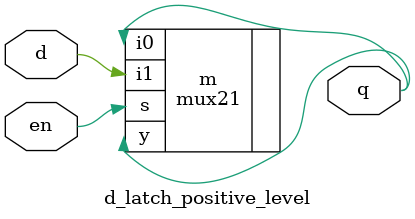
<source format=v>
`include "mux21.v"
module d_latch_positive_level(d,en,q);
    input d,en;
	output q;
    mux21 m(.i1(d),.i0(q),.s(en),.y(q));
endmodule

</source>
